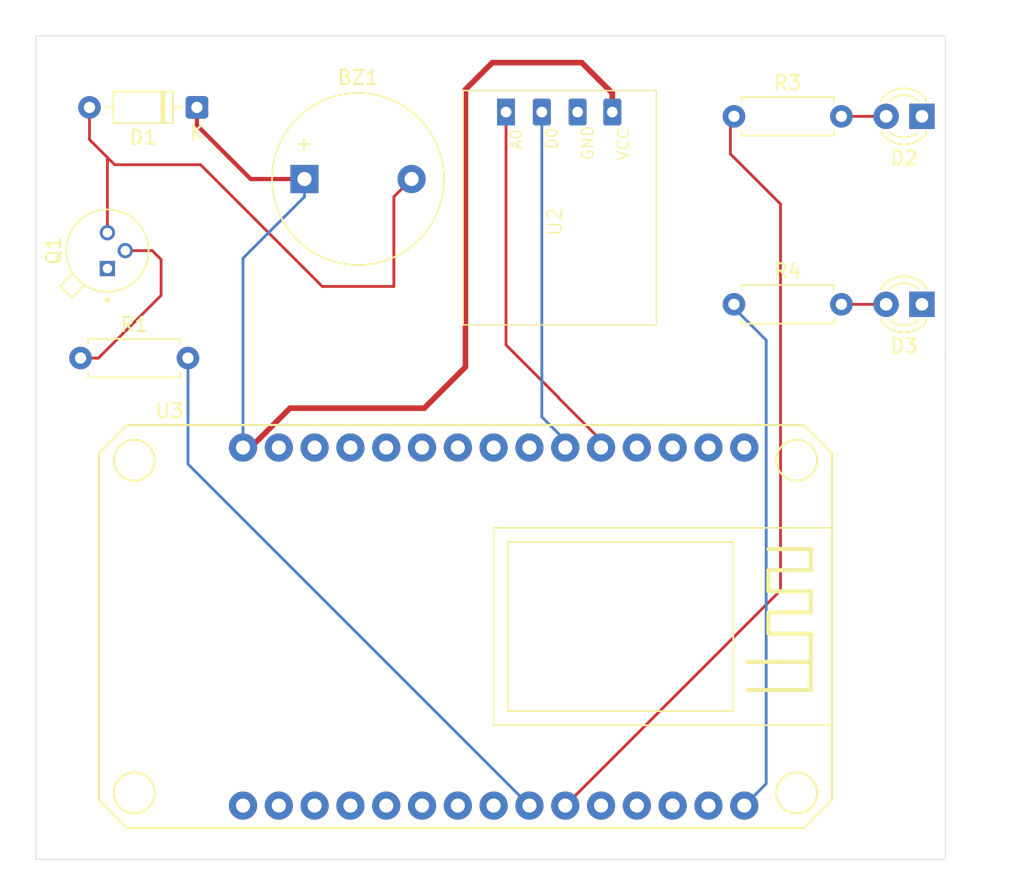
<source format=kicad_pcb>
(kicad_pcb (version 20241229) (generator "pcbnew") (generator_version "9.0")
  (layers (0 "F.Cu" signal) (2 "B.Cu" signal) (13 "F.Paste" user) (15 "B.Paste" user) (5 "F.SilkS" user "F.Silkscreen") (7 "B.SilkS" user "B.Silkscreen") (1 "F.Mask" user) (3 "B.Mask" user) (25 "Edge.Cuts" user))
  (net 0 "")
  (net 1 "Net-(BZ1--)")
  (net 2 "GND")
  (net 3 "Net-(U3-D19)")
  (net 4 "Net-(U3-D23)")
  (net 5 "+3.3V")
  (net 6 "Net-(U2-DO)")
  (net 7 "Net-(U2-AO)")
  (net 29 "Net-(U3-D18)")
  (net 31 "Net-(D2-A)")
  (net 32 "Net-(D3-A)")
  (net 33 "Net-(Q1-Pad2)")
  (net 34 "+5V")
  (footprint "Sensor_MQ5:MQ5" (layer "F.Cu") (at 66.04 40.64 90)
    (property "Reference" "U2" (at -0.5 1.25 90) (layer "F.SilkS") (effects (font (thickness 0.1))))
    (property "Value" "Sensor MQ5")
    (fp_line (start 8.813 -5.25) (end 8.813 8.466) (stroke (width 0.1)) (layer "F.SilkS"))
    (fp_line (start -7.813 -5.25) (end 8.813 -5.25) (stroke (width 0.1)) (layer "F.SilkS"))
    (fp_line (start 8.813 8.466) (end -7.808045 8.466) (stroke (width 0.1)) (layer "F.SilkS"))
    (fp_line (start -7.808045 8.466) (end -7.808045 -5.25) (stroke (width 0.1)) (layer "F.SilkS"))
    (fp_text user "A0" (at 4.572 -1.016 90) (layer "F.SilkS") (effects (font (size 0.8 0.8) (thickness 0.1)) (justify left bottom)))
    (fp_text user "GND" (at 3.81 4.064 90) (layer "F.SilkS") (effects (font (size 0.8 0.8) (thickness 0.1)) (justify left bottom)))
    (fp_text user "VCC" (at 3.81 6.604 90) (layer "F.SilkS") (effects (font (size 0.8 0.8) (thickness 0.1)) (justify left bottom)))
    (fp_text user "D0" (at 4.572 1.524 90) (layer "F.SilkS") (effects (font (size 0.8 0.8) (thickness 0.1)) (justify left bottom)))
    (pad "1" thru_hole roundrect (at 7.289 5.338 90) (size 1.905 1.27) (drill 0.762) (layers "*.Cu" "*.Mask") (roundrect_rratio 0.15) (net 34 "+5V"))
    (pad "2" thru_hole roundrect (at 7.289 2.878 90) (size 1.905 1.27) (drill 0.762) (layers "*.Cu" "*.Mask") (roundrect_rratio 0.15) (net 2 "GND"))
    (pad "3" thru_hole rect (at 7.289 -2.202 90) (size 1.905 1.27) (drill 0.76) (layers "*.Cu" "*.Mask") (net 7 "Net-(U2-AO)"))
    (pad "4" thru_hole roundrect (at 7.289 0.338 90) (size 1.905 1.27) (drill 0.762) (layers "*.Cu" "*.Mask") (roundrect_rratio 0.15) (net 6 "Net-(U2-DO)"))
  )
  (footprint "Resistor_THT:R_Axial_DIN0207_L6.3mm_D2.5mm_P7.62mm_Horizontal" (layer "F.Cu") (at 80.01 46.99)
    (property "Reference" "R4" (at 3.81 -2.37 0) (layer "F.SilkS"))
    (property "Value" "220")
    (fp_line (start 0.54 -1.37) (end 7.08 -1.37) (stroke (width 0.12)) (layer "F.SilkS"))
    (fp_line (start 0.54 -1.04) (end 0.54 -1.37) (stroke (width 0.12)) (layer "F.SilkS"))
    (fp_line (start 0.54 1.04) (end 0.54 1.37) (stroke (width 0.12)) (layer "F.SilkS"))
    (fp_line (start 0.54 1.37) (end 7.08 1.37) (stroke (width 0.12)) (layer "F.SilkS"))
    (fp_line (start 7.08 -1.37) (end 7.08 -1.04) (stroke (width 0.12)) (layer "F.SilkS"))
    (fp_line (start 7.08 1.37) (end 7.08 1.04) (stroke (width 0.12)) (layer "F.SilkS"))
    (pad "1" thru_hole circle (at 0 0) (size 1.6 1.6) (drill 0.8) (layers "*.Cu" "*.Mask") (net 4 "Net-(U3-D23)"))
    (pad "2" thru_hole circle (at 7.62 0) (size 1.6 1.6) (drill 0.8) (layers "*.Cu" "*.Mask") (net 32 "Net-(D3-A)"))
  )
  (footprint "2N2222:TO127P584H533-3" (layer "F.Cu") (at 35.56 43.18 90)
    (property "Reference" "Q1" (at 0 -3.81 90) (layer "F.SilkS"))
    (property "Value" "2N2222")
    (fp_line (start -2.51376 -3.34108) (end -1.60973 -2.43704) (stroke (width 0.127)) (layer "F.SilkS"))
    (fp_line (start -3.34108 -2.51376) (end -2.51376 -3.34108) (stroke (width 0.127)) (layer "F.SilkS"))
    (fp_line (start -2.43704 -1.60973) (end -3.34108 -2.51376) (stroke (width 0.127)) (layer "F.SilkS"))
    (fp_circle (center 0 0) (end 2.92 0) (stroke (width 0.127)) (fill no) (layer "F.SilkS"))
    (fp_circle (center -3.5 0) (end -3.4 0) (stroke (width 0.2)) (fill no) (layer "F.SilkS"))
    (pad "1" thru_hole rect (at -1.27 0 90) (size 1.08 1.08) (drill 0.68) (layers "*.Cu" "*.Mask") (net 2 "GND"))
    (pad "2" thru_hole circle (at 0 1.27 90) (size 1.08 1.08) (drill 0.68) (layers "*.Cu" "*.Mask") (net 33 "Net-(Q1-Pad2)"))
    (pad "3" thru_hole circle (at 1.27 0 93) (size 1.08 1.08) (drill 0.68) (layers "*.Cu" "*.Mask") (net 1 "Net-(BZ1--)"))
  )
  (footprint "Resistor_THT:R_Axial_DIN0207_L6.3mm_D2.5mm_P7.62mm_Horizontal" (layer "F.Cu") (at 80.01 33.655)
    (property "Reference" "R3" (at 3.81 -2.37 0) (layer "F.SilkS"))
    (property "Value" "220")
    (fp_line (start 0.54 -1.37) (end 7.08 -1.37) (stroke (width 0.12)) (layer "F.SilkS"))
    (fp_line (start 0.54 -1.04) (end 0.54 -1.37) (stroke (width 0.12)) (layer "F.SilkS"))
    (fp_line (start 0.54 1.04) (end 0.54 1.37) (stroke (width 0.12)) (layer "F.SilkS"))
    (fp_line (start 0.54 1.37) (end 7.08 1.37) (stroke (width 0.12)) (layer "F.SilkS"))
    (fp_line (start 7.08 -1.37) (end 7.08 -1.04) (stroke (width 0.12)) (layer "F.SilkS"))
    (fp_line (start 7.08 1.37) (end 7.08 1.04) (stroke (width 0.12)) (layer "F.SilkS"))
    (pad "1" thru_hole circle (at 0 0) (size 1.6 1.6) (drill 0.8) (layers "*.Cu" "*.Mask") (net 3 "Net-(U3-D19)"))
    (pad "2" thru_hole circle (at 7.62 0) (size 1.6 1.6) (drill 0.8) (layers "*.Cu" "*.Mask") (net 31 "Net-(D2-A)"))
  )
  (footprint "LED_THT:LED_D3.0mm" (layer "F.Cu") (at 93.345 33.655 180)
    (property "Reference" "D2" (at 1.27 -2.96 0) (layer "F.SilkS"))
    (property "Value" "LED")
    (fp_line (start -0.29 1.08) (end -0.29 1.236) (stroke (width 0.12)) (layer "F.SilkS"))
    (fp_line (start -0.29 -1.236) (end -0.29 -1.08) (stroke (width 0.12)) (layer "F.SilkS"))
    (fp_arc (start 2.941437 1.08) (mid 1.36566 1.987699) (end -0.29 1.235516) (stroke (width 0.12)) (layer "F.SilkS"))
    (fp_arc (start 2.310961 1.08) (mid 1.27 1.5) (end 0.229039 1.08) (stroke (width 0.12)) (layer "F.SilkS"))
    (fp_arc (start 0.229039 -1.08) (mid 1.27 -1.5) (end 2.310961 -1.08) (stroke (width 0.12)) (layer "F.SilkS"))
    (fp_arc (start -0.29 -1.235516) (mid 1.36566 -1.987699) (end 2.941437 -1.08) (stroke (width 0.12)) (layer "F.SilkS"))
    (pad "1" thru_hole rect (at 0 0 180) (size 1.8 1.8) (drill 0.9) (layers "*.Cu" "*.Mask") (net 2 "GND"))
    (pad "2" thru_hole circle (at 2.54 0 180) (size 1.8 1.8) (drill 0.9) (layers "*.Cu" "*.Mask") (net 31 "Net-(D2-A)"))
  )
  (footprint "Buzzer_Beeper:Buzzer_12x9.5RM7.6" (layer "F.Cu") (at 49.54 38.1)
    (property "Reference" "BZ1" (at 3.8 -7.2 0) (layer "F.SilkS"))
    (property "Value" "Buzzer")
    (fp_circle (center 3.8 0) (end 9.9 0) (stroke (width 0.12)) (fill no) (layer "F.SilkS"))
    (fp_text user "+" (at -0.01 -2.54 0) (layer "F.SilkS"))
    (pad "1" thru_hole rect (at 0 0) (size 2 2) (drill 1) (layers "*.Cu" "*.Mask") (net 34 "+5V"))
    (pad "2" thru_hole circle (at 7.6 0) (size 2 2) (drill 1) (layers "*.Cu" "*.Mask") (net 1 "Net-(BZ1--)"))
  )
  (footprint "Diode_THT:D_DO-35_SOD27_P7.62mm_Horizontal" (layer "F.Cu") (at 41.91 33.02 180)
    (property "Reference" "D1" (at 3.81 -2.12 0) (layer "F.SilkS"))
    (property "Value" "1N4148")
    (fp_line (start 6.58 0) (end 5.93 0) (stroke (width 0.12)) (layer "F.SilkS"))
    (fp_line (start 2.53 -1.12) (end 2.53 1.12) (stroke (width 0.12)) (layer "F.SilkS"))
    (fp_line (start 2.41 -1.12) (end 2.41 1.12) (stroke (width 0.12)) (layer "F.SilkS"))
    (fp_line (start 2.29 -1.12) (end 2.29 1.12) (stroke (width 0.12)) (layer "F.SilkS"))
    (fp_line (start 1.04 0) (end 1.69 0) (stroke (width 0.12)) (layer "F.SilkS"))
    (fp_rect (start 1.69 -1.12) (end 5.93 1.12) (stroke (width 0.12)) (fill no) (layer "F.SilkS"))
    (fp_text user "K" (at 0 -1.8 0) (layer "F.SilkS"))
    (pad "1" thru_hole roundrect (at 0 0 180) (size 1.6 1.6) (drill 0.8) (layers "*.Cu" "*.Mask") (roundrect_rratio 0.15625) (net 5 "+3.3V"))
    (pad "2" thru_hole circle (at 7.62 0 180) (size 1.6 1.6) (drill 0.8) (layers "*.Cu" "*.Mask") (net 1 "Net-(BZ1--)"))
  )
  (footprint "LED_THT:LED_D3.0mm" (layer "F.Cu") (at 93.345 46.99 180)
    (property "Reference" "D3" (at 1.27 -2.96 0) (layer "F.SilkS"))
    (property "Value" "LED")
    (fp_line (start -0.29 1.08) (end -0.29 1.236) (stroke (width 0.12)) (layer "F.SilkS"))
    (fp_line (start -0.29 -1.236) (end -0.29 -1.08) (stroke (width 0.12)) (layer "F.SilkS"))
    (fp_arc (start 2.941437 1.08) (mid 1.36566 1.987699) (end -0.29 1.235516) (stroke (width 0.12)) (layer "F.SilkS"))
    (fp_arc (start 2.310961 1.08) (mid 1.27 1.5) (end 0.229039 1.08) (stroke (width 0.12)) (layer "F.SilkS"))
    (fp_arc (start 0.229039 -1.08) (mid 1.27 -1.5) (end 2.310961 -1.08) (stroke (width 0.12)) (layer "F.SilkS"))
    (fp_arc (start -0.29 -1.235516) (mid 1.36566 -1.987699) (end 2.941437 -1.08) (stroke (width 0.12)) (layer "F.SilkS"))
    (pad "1" thru_hole rect (at 0 0 180) (size 1.8 1.8) (drill 0.9) (layers "*.Cu" "*.Mask") (net 2 "GND"))
    (pad "2" thru_hole circle (at 2.54 0 180) (size 1.8 1.8) (drill 0.9) (layers "*.Cu" "*.Mask") (net 32 "Net-(D3-A)"))
  )
  (footprint "Resistor_THT:R_Axial_DIN0207_L6.3mm_D2.5mm_P7.62mm_Horizontal" (layer "F.Cu") (at 33.655 50.8)
    (property "Reference" "R1" (at 3.81 -2.37 0) (layer "F.SilkS"))
    (property "Value" "1k")
    (fp_line (start 0.54 -1.37) (end 7.08 -1.37) (stroke (width 0.12)) (layer "F.SilkS"))
    (fp_line (start 0.54 -1.04) (end 0.54 -1.37) (stroke (width 0.12)) (layer "F.SilkS"))
    (fp_line (start 0.54 1.04) (end 0.54 1.37) (stroke (width 0.12)) (layer "F.SilkS"))
    (fp_line (start 0.54 1.37) (end 7.08 1.37) (stroke (width 0.12)) (layer "F.SilkS"))
    (fp_line (start 7.08 -1.37) (end 7.08 -1.04) (stroke (width 0.12)) (layer "F.SilkS"))
    (fp_line (start 7.08 1.37) (end 7.08 1.04) (stroke (width 0.12)) (layer "F.SilkS"))
    (pad "1" thru_hole circle (at 0 0) (size 1.6 1.6) (drill 0.8) (layers "*.Cu" "*.Mask") (net 33 "Net-(Q1-Pad2)"))
    (pad "2" thru_hole circle (at 7.62 0) (size 1.6 1.6) (drill 0.8) (layers "*.Cu" "*.Mask") (net 29 "Net-(U3-D18)"))
  )
  (footprint "MCE_Modulos:ESP32DevKitv1" (layer "F.Cu") (at 62.96 69.85)
    (property "Reference" "U3" (at -23 -15.3 0) (layer "F.SilkS"))
    (property "Value" "ESP32DevKitv1" (hide yes))
    (fp_line (start -28 -12.3) (end -26 -14.3) (stroke (width 0.15)) (layer "F.SilkS"))
    (fp_line (start -28 12.3) (end -28 -12.3) (stroke (width 0.15)) (layer "F.SilkS"))
    (fp_line (start -28 12.3) (end -26 14.3) (stroke (width 0.15)) (layer "F.SilkS"))
    (fp_line (start -26 -14.3) (end 22 -14.3) (stroke (width 0.15)) (layer "F.SilkS"))
    (fp_line (start 0 -7) (end 0 7) (stroke (width 0.12)) (layer "F.SilkS"))
    (fp_line (start 0 7) (end 24 7) (stroke (width 0.12)) (layer "F.SilkS"))
    (fp_line (start 1 -6) (end 1 6) (stroke (width 0.12)) (layer "F.SilkS"))
    (fp_line (start 1 6) (end 17 6) (stroke (width 0.12)) (layer "F.SilkS"))
    (fp_line (start 17 -6) (end 1 -6) (stroke (width 0.12)) (layer "F.SilkS"))
    (fp_line (start 17 6) (end 17 -6) (stroke (width 0.12)) (layer "F.SilkS"))
    (fp_line (start 18 2.5) (end 22.5 2.5) (stroke (width 0.3)) (layer "F.SilkS"))
    (fp_line (start 18 4.5) (end 22.5 4.5) (stroke (width 0.3)) (layer "F.SilkS"))
    (fp_line (start 19.5 -4) (end 22.5 -4) (stroke (width 0.3)) (layer "F.SilkS"))
    (fp_line (start 19.5 -2.5) (end 19.5 -4) (stroke (width 0.3)) (layer "F.SilkS"))
    (fp_line (start 19.5 -1) (end 22.5 -1) (stroke (width 0.3)) (layer "F.SilkS"))
    (fp_line (start 19.5 0.5) (end 19.5 -1) (stroke (width 0.3)) (layer "F.SilkS"))
    (fp_line (start 22 -14.3) (end 24 -12.3) (stroke (width 0.15)) (layer "F.SilkS"))
    (fp_line (start 22 14.3) (end -26 14.3) (stroke (width 0.15)) (layer "F.SilkS"))
    (fp_line (start 22 14.3) (end 24 12.3) (stroke (width 0.15)) (layer "F.SilkS"))
    (fp_line (start 22.5 -5.5) (end 19.5 -5.5) (stroke (width 0.3)) (layer "F.SilkS"))
    (fp_line (start 22.5 -4) (end 22.5 -5.5) (stroke (width 0.3)) (layer "F.SilkS"))
    (fp_line (start 22.5 -2.5) (end 19.5 -2.5) (stroke (width 0.3)) (layer "F.SilkS"))
    (fp_line (start 22.5 -1) (end 22.5 -2.5) (stroke (width 0.3)) (layer "F.SilkS"))
    (fp_line (start 22.5 0.5) (end 19.5 0.5) (stroke (width 0.3)) (layer "F.SilkS"))
    (fp_line (start 22.5 4.5) (end 22.5 0.5) (stroke (width 0.3)) (layer "F.SilkS"))
    (fp_line (start 24 -12.3) (end 24 12.3) (stroke (width 0.15)) (layer "F.SilkS"))
    (fp_line (start 24 -7) (end 0 -7) (stroke (width 0.12)) (layer "F.SilkS"))
    (fp_circle (center -25.5 -11.8) (end -24.05 -11.8) (stroke (width 0.15)) (fill no) (layer "F.SilkS"))
    (fp_circle (center -25.5 11.8) (end -24.05 11.8) (stroke (width 0.15)) (fill no) (layer "F.SilkS"))
    (fp_circle (center 21.5 -11.8) (end 22.95 -11.8) (stroke (width 0.15)) (fill no) (layer "F.SilkS"))
    (fp_circle (center 21.5 11.8) (end 22.95 11.8) (stroke (width 0.15)) (fill no) (layer "F.SilkS"))
    (pad "1" thru_hole circle (at -17.78 12.7) (size 2 2) (drill 1) (layers "*.Cu" "*.Mask") (net 5 "+3.3V"))
    (pad "2" thru_hole circle (at -15.24 12.7) (size 2 2) (drill 1) (layers "*.Cu" "*.Mask") (net 2 "GND"))
    (pad "3" thru_hole circle (at -12.7 12.7) (size 2 2) (drill 1) (layers "*.Cu" "*.Mask"))
    (pad "4" thru_hole circle (at -10.16 12.7) (size 2 2) (drill 1) (layers "*.Cu" "*.Mask"))
    (pad "5" thru_hole circle (at -7.62 12.7) (size 2 2) (drill 1) (layers "*.Cu" "*.Mask"))
    (pad "6" thru_hole circle (at -5.08 12.7) (size 2 2) (drill 1) (layers "*.Cu" "*.Mask"))
    (pad "7" thru_hole circle (at -2.54 12.7) (size 2 2) (drill 1) (layers "*.Cu" "*.Mask"))
    (pad "8" thru_hole circle (at 0 12.7) (size 2 2) (drill 1) (layers "*.Cu" "*.Mask"))
    (pad "9" thru_hole circle (at 2.54 12.7) (size 2 2) (drill 1) (layers "*.Cu" "*.Mask") (net 29 "Net-(U3-D18)"))
    (pad "10" thru_hole circle (at 5.08 12.7) (size 2 2) (drill 1) (layers "*.Cu" "*.Mask") (net 3 "Net-(U3-D19)"))
    (pad "11" thru_hole circle (at 7.62 12.7) (size 2 2) (drill 1) (layers "*.Cu" "*.Mask"))
    (pad "12" thru_hole circle (at 10.16 12.7) (size 2 2) (drill 1) (layers "*.Cu" "*.Mask"))
    (pad "13" thru_hole circle (at 12.7 12.7) (size 2 2) (drill 1) (layers "*.Cu" "*.Mask"))
    (pad "14" thru_hole circle (at 15.24 12.7) (size 2 2) (drill 1) (layers "*.Cu" "*.Mask"))
    (pad "15" thru_hole circle (at 17.78 12.7) (size 2 2) (drill 1) (layers "*.Cu" "*.Mask") (net 4 "Net-(U3-D23)"))
    (pad "16" thru_hole circle (at 17.78 -12.7) (size 2 2) (drill 1) (layers "*.Cu" "*.Mask"))
    (pad "17" thru_hole circle (at 15.24 -12.7) (size 2 2) (drill 1) (layers "*.Cu" "*.Mask"))
    (pad "18" thru_hole circle (at 12.7 -12.7) (size 2 2) (drill 1) (layers "*.Cu" "*.Mask"))
    (pad "19" thru_hole circle (at 10.16 -12.7) (size 2 2) (drill 1) (layers "*.Cu" "*.Mask"))
    (pad "20" thru_hole circle (at 7.62 -12.7) (size 2 2) (drill 1) (layers "*.Cu" "*.Mask") (net 7 "Net-(U2-AO)"))
    (pad "21" thru_hole circle (at 5.08 -12.7) (size 2 2) (drill 1) (layers "*.Cu" "*.Mask") (net 6 "Net-(U2-DO)"))
    (pad "22" thru_hole circle (at 2.54 -12.7) (size 2 2) (drill 1) (layers "*.Cu" "*.Mask"))
    (pad "23" thru_hole circle (at 0 -12.7) (size 2 2) (drill 1) (layers "*.Cu" "*.Mask"))
    (pad "24" thru_hole circle (at -2.54 -12.7) (size 2 2) (drill 1) (layers "*.Cu" "*.Mask"))
    (pad "25" thru_hole circle (at -5.08 -12.7) (size 2 2) (drill 1) (layers "*.Cu" "*.Mask"))
    (pad "26" thru_hole circle (at -7.62 -12.7) (size 2 2) (drill 1) (layers "*.Cu" "*.Mask"))
    (pad "27" thru_hole circle (at -10.16 -12.7) (size 2 2) (drill 1) (layers "*.Cu" "*.Mask"))
    (pad "28" thru_hole circle (at -12.7 -12.7) (size 2 2) (drill 1) (layers "*.Cu" "*.Mask"))
    (pad "29" thru_hole circle (at -15.24 -12.7) (size 2 2) (drill 1) (layers "*.Cu" "*.Mask"))
    (pad "30" thru_hole circle (at -17.78 -12.7) (size 2 2) (drill 1) (layers "*.Cu" "*.Mask") (net 34 "+5V"))
  )
  (gr_line (start 94.996 27.94) (end 30.48 27.94) (stroke (width 0.05)) (layer "Edge.Cuts"))
  (gr_line (start 30.48 53.34) (end 30.48 86.36) (stroke (width 0.05)) (layer "Edge.Cuts"))
  (gr_line (start 30.48 86.36) (end 94.996 86.36) (stroke (width 0.05)) (layer "Edge.Cuts"))
  (gr_line (start 30.48 30.48) (end 30.48 27.94) (stroke (width 0.05)) (layer "Edge.Cuts"))
  (gr_line (start 94.996 50.8) (end 94.996 27.94) (stroke (width 0.05)) (layer "Edge.Cuts"))
  (gr_line (start 94.996 53.34) (end 94.996 50.8) (stroke (width 0.05)) (layer "Edge.Cuts"))
  (gr_line (start 94.996 86.36) (end 94.996 53.34) (stroke (width 0.05)) (layer "Edge.Cuts"))
  (gr_line (start 30.48 30.48) (end 30.48 53.34) (stroke (width 0.05)) (layer "Edge.Cuts"))
  (segment (start 34.29 33.02) (end 34.29 35.306) (width 0.2) (layer "F.Cu") (net 1))
  (segment (start 42.164 37.084) (end 36.068 37.084) (width 0.2) (layer "F.Cu") (net 1))
  (segment (start 36.068 37.084) (end 35.56 36.576) (width 0.2) (layer "F.Cu") (net 1))
  (segment (start 55.88 39.36) (end 55.88 45.72) (width 0.2) (layer "F.Cu") (net 1))
  (segment (start 57.14 38.1) (end 55.88 39.36) (width 0.2) (layer "F.Cu") (net 1))
  (segment (start 55.88 45.72) (end 50.8 45.72) (width 0.2) (layer "F.Cu") (net 1))
  (segment (start 34.29 35.306) (end 35.56 36.576) (width 0.2) (layer "F.Cu") (net 1))
  (segment (start 35.56 41.91) (end 35.56 36.576) (width 0.2) (layer "F.Cu") (net 1))
  (segment (start 50.8 45.72) (end 42.164 37.084) (width 0.2) (layer "F.Cu") (net 1))
  (segment (start 79.756 36.322) (end 83.312 39.878) (width 0.2) (layer "F.Cu") (net 3))
  (segment (start 83.312 39.878) (end 83.312 67.278) (width 0.2) (layer "F.Cu") (net 3))
  (segment (start 79.756 33.528) (end 79.756 36.322) (width 0.2) (layer "F.Cu") (net 3))
  (segment (start 83.312 67.278) (end 68.294 82.296) (width 0.2) (layer "F.Cu") (net 3))
  (segment (start 82.296 49.53) (end 82.296 80.994) (width 0.2) (layer "B.Cu") (net 4))
  (segment (start 79.756 46.99) (end 82.296 49.53) (width 0.2) (layer "B.Cu") (net 4))
  (segment (start 82.296 80.994) (end 80.994 82.296) (width 0.2) (layer "B.Cu") (net 4))
  (segment (start 49.54 38.1) (end 45.72 38.1) (width 0.3) (layer "F.Cu") (net 5))
  (segment (start 44.196 36.576) (end 45.72 38.1) (width 0.3) (layer "F.Cu") (net 5))
  (segment (start 41.91 33.02) (end 41.91 34.29) (width 0.3) (layer "F.Cu") (net 5))
  (segment (start 41.91 34.29) (end 44.196 36.576) (width 0.3) (layer "F.Cu") (net 5))
  (segment (start 66.378 33.351) (end 66.378 54.98) (width 0.2) (layer "B.Cu") (net 6))
  (segment (start 66.378 54.98) (end 68.294 56.896) (width 0.2) (layer "B.Cu") (net 6))
  (segment (start 67.564 53.594) (end 67.564 53.626) (width 0.2) (layer "F.Cu") (net 7))
  (segment (start 67.564 53.626) (end 70.834 56.896) (width 0.2) (layer "F.Cu") (net 7))
  (segment (start 63.838 33.351) (end 63.838 49.868) (width 0.2) (layer "F.Cu") (net 7))
  (segment (start 63.838 49.868) (end 67.564 53.594) (width 0.2) (layer "F.Cu") (net 7))
  (segment (start 41.275 58.325) (end 41.275 50.8) (width 0.2) (layer "B.Cu") (net 29))
  (segment (start 65.5 82.55) (end 41.275 58.325) (width 0.2) (layer "B.Cu") (net 29))
  (segment (start 87.63 33.655) (end 90.805 33.655) (width 0.2) (layer "F.Cu") (net 31))
  (segment (start 90.678 33.528) (end 90.932 33.274) (width 0.2) (layer "F.Cu") (net 31))
  (segment (start 87.63 46.99) (end 90.805 46.99) (width 0.2) (layer "F.Cu") (net 32))
  (segment (start 39.37 46.355) (end 39.37 43.815) (width 0.2) (layer "F.Cu") (net 33))
  (segment (start 38.735 43.18) (end 36.83 43.18) (width 0.2) (layer "F.Cu") (net 33))
  (segment (start 34.925 50.8) (end 39.37 46.355) (width 0.2) (layer "F.Cu") (net 33))
  (segment (start 33.655 50.8) (end 34.925 50.8) (width 0.2) (layer "F.Cu") (net 33))
  (segment (start 39.37 43.815) (end 38.735 43.18) (width 0.2) (layer "F.Cu") (net 33))
  (segment (start 60.96 51.435) (end 60.96 31.75) (width 0.4) (layer "F.Cu") (net 34))
  (segment (start 62.865 29.845) (end 69.215 29.845) (width 0.4) (layer "F.Cu") (net 34))
  (segment (start 58.039 54.356) (end 60.96 51.435) (width 0.4) (layer "F.Cu") (net 34))
  (segment (start 45.18 57.15) (end 45.72 57.15) (width 0.4) (layer "F.Cu") (net 34))
  (segment (start 69.215 29.845) (end 71.378 32.008) (width 0.4) (layer "F.Cu") (net 34))
  (segment (start 71.378 32.008) (end 71.378 33.351) (width 0.4) (layer "F.Cu") (net 34))
  (segment (start 48.514 54.356) (end 58.039 54.356) (width 0.4) (layer "F.Cu") (net 34))
  (segment (start 60.96 31.75) (end 62.865 29.845) (width 0.4) (layer "F.Cu") (net 34))
  (segment (start 45.72 57.15) (end 48.514 54.356) (width 0.4) (layer "F.Cu") (net 34))
  (segment (start 45.18 43.72) (end 49.54 39.36) (width 0.2) (layer "B.Cu") (net 34))
  (segment (start 49.54 39.36) (end 49.54 38.1) (width 0.2) (layer "B.Cu") (net 34))
  (segment (start 45.18 57.15) (end 45.18 43.72) (width 0.2) (layer "B.Cu") (net 34))
)
</source>
